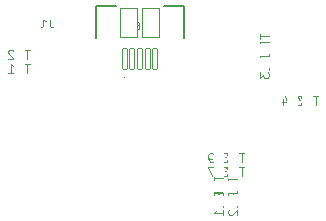
<source format=gbr>
%TF.GenerationSoftware,KiCad,Pcbnew,7.0.7*%
%TF.CreationDate,2023-11-24T16:48:55-08:00*%
%TF.ProjectId,beeper-design,62656570-6572-42d6-9465-7369676e2e6b,rev?*%
%TF.SameCoordinates,Original*%
%TF.FileFunction,Legend,Bot*%
%TF.FilePolarity,Positive*%
%FSLAX46Y46*%
G04 Gerber Fmt 4.6, Leading zero omitted, Abs format (unit mm)*
G04 Created by KiCad (PCBNEW 7.0.7) date 2023-11-24 16:48:55*
%MOMM*%
%LPD*%
G01*
G04 APERTURE LIST*
G04 Aperture macros list*
%AMRoundRect*
0 Rectangle with rounded corners*
0 $1 Rounding radius*
0 $2 $3 $4 $5 $6 $7 $8 $9 X,Y pos of 4 corners*
0 Add a 4 corners polygon primitive as box body*
4,1,4,$2,$3,$4,$5,$6,$7,$8,$9,$2,$3,0*
0 Add four circle primitives for the rounded corners*
1,1,$1+$1,$2,$3*
1,1,$1+$1,$4,$5*
1,1,$1+$1,$6,$7*
1,1,$1+$1,$8,$9*
0 Add four rect primitives between the rounded corners*
20,1,$1+$1,$2,$3,$4,$5,0*
20,1,$1+$1,$4,$5,$6,$7,0*
20,1,$1+$1,$6,$7,$8,$9,0*
20,1,$1+$1,$8,$9,$2,$3,0*%
G04 Aperture macros list end*
%ADD10C,0.100000*%
%ADD11C,0.127000*%
%ADD12C,0.889000*%
%ADD13C,0.991000*%
%ADD14C,1.102000*%
%ADD15RoundRect,0.051000X0.200000X0.875000X-0.200000X0.875000X-0.200000X-0.875000X0.200000X-0.875000X0*%
%ADD16O,0.832000X1.562000*%
%ADD17O,1.302000X2.502000*%
%ADD18RoundRect,0.051000X0.712500X1.250000X-0.712500X1.250000X-0.712500X-1.250000X0.712500X-1.250000X0*%
G04 APERTURE END LIST*
D10*
X129509806Y-99839192D02*
X129509806Y-100374906D01*
X129509806Y-100374906D02*
X129545521Y-100482049D01*
X129545521Y-100482049D02*
X129616949Y-100553478D01*
X129616949Y-100553478D02*
X129724092Y-100589192D01*
X129724092Y-100589192D02*
X129795521Y-100589192D01*
X128759806Y-100589192D02*
X129188377Y-100589192D01*
X128974092Y-100589192D02*
X128974092Y-99839192D01*
X128974092Y-99839192D02*
X129045520Y-99946335D01*
X129045520Y-99946335D02*
X129116949Y-100017763D01*
X129116949Y-100017763D02*
X129188377Y-100053478D01*
X144766640Y-112437115D02*
X144338069Y-112437115D01*
X144552354Y-113187115D02*
X144552354Y-112437115D01*
X144088068Y-113187115D02*
X144088068Y-112437115D01*
X144088068Y-112437115D02*
X143802354Y-112437115D01*
X143802354Y-112437115D02*
X143730925Y-112472829D01*
X143730925Y-112472829D02*
X143695211Y-112508543D01*
X143695211Y-112508543D02*
X143659497Y-112579972D01*
X143659497Y-112579972D02*
X143659497Y-112687115D01*
X143659497Y-112687115D02*
X143695211Y-112758543D01*
X143695211Y-112758543D02*
X143730925Y-112794258D01*
X143730925Y-112794258D02*
X143802354Y-112829972D01*
X143802354Y-112829972D02*
X144088068Y-112829972D01*
X143409497Y-112437115D02*
X142909497Y-112437115D01*
X142909497Y-112437115D02*
X143230925Y-113187115D01*
X143411976Y-113102122D02*
X143411976Y-113530694D01*
X144161976Y-113316408D02*
X143411976Y-113316408D01*
X144161976Y-113780694D02*
X143411976Y-113780694D01*
X143411976Y-113780694D02*
X143411976Y-114066408D01*
X143411976Y-114066408D02*
X143447690Y-114137837D01*
X143447690Y-114137837D02*
X143483404Y-114173551D01*
X143483404Y-114173551D02*
X143554833Y-114209265D01*
X143554833Y-114209265D02*
X143661976Y-114209265D01*
X143661976Y-114209265D02*
X143733404Y-114173551D01*
X143733404Y-114173551D02*
X143769119Y-114137837D01*
X143769119Y-114137837D02*
X143804833Y-114066408D01*
X143804833Y-114066408D02*
X143804833Y-113780694D01*
X143733404Y-114637837D02*
X143697690Y-114566408D01*
X143697690Y-114566408D02*
X143661976Y-114530694D01*
X143661976Y-114530694D02*
X143590547Y-114494980D01*
X143590547Y-114494980D02*
X143554833Y-114494980D01*
X143554833Y-114494980D02*
X143483404Y-114530694D01*
X143483404Y-114530694D02*
X143447690Y-114566408D01*
X143447690Y-114566408D02*
X143411976Y-114637837D01*
X143411976Y-114637837D02*
X143411976Y-114780694D01*
X143411976Y-114780694D02*
X143447690Y-114852123D01*
X143447690Y-114852123D02*
X143483404Y-114887837D01*
X143483404Y-114887837D02*
X143554833Y-114923551D01*
X143554833Y-114923551D02*
X143590547Y-114923551D01*
X143590547Y-114923551D02*
X143661976Y-114887837D01*
X143661976Y-114887837D02*
X143697690Y-114852123D01*
X143697690Y-114852123D02*
X143733404Y-114780694D01*
X143733404Y-114780694D02*
X143733404Y-114637837D01*
X143733404Y-114637837D02*
X143769119Y-114566408D01*
X143769119Y-114566408D02*
X143804833Y-114530694D01*
X143804833Y-114530694D02*
X143876262Y-114494980D01*
X143876262Y-114494980D02*
X144019119Y-114494980D01*
X144019119Y-114494980D02*
X144090547Y-114530694D01*
X144090547Y-114530694D02*
X144126262Y-114566408D01*
X144126262Y-114566408D02*
X144161976Y-114637837D01*
X144161976Y-114637837D02*
X144161976Y-114780694D01*
X144161976Y-114780694D02*
X144126262Y-114852123D01*
X144126262Y-114852123D02*
X144090547Y-114887837D01*
X144090547Y-114887837D02*
X144019119Y-114923551D01*
X144019119Y-114923551D02*
X143876262Y-114923551D01*
X143876262Y-114923551D02*
X143804833Y-114887837D01*
X143804833Y-114887837D02*
X143769119Y-114852123D01*
X143769119Y-114852123D02*
X143733404Y-114780694D01*
X145969840Y-111233915D02*
X145541269Y-111233915D01*
X145755554Y-111983915D02*
X145755554Y-111233915D01*
X145291268Y-111983915D02*
X145291268Y-111233915D01*
X145291268Y-111233915D02*
X145005554Y-111233915D01*
X145005554Y-111233915D02*
X144934125Y-111269629D01*
X144934125Y-111269629D02*
X144898411Y-111305343D01*
X144898411Y-111305343D02*
X144862697Y-111376772D01*
X144862697Y-111376772D02*
X144862697Y-111483915D01*
X144862697Y-111483915D02*
X144898411Y-111555343D01*
X144898411Y-111555343D02*
X144934125Y-111591058D01*
X144934125Y-111591058D02*
X145005554Y-111626772D01*
X145005554Y-111626772D02*
X145291268Y-111626772D01*
X144184125Y-111233915D02*
X144541268Y-111233915D01*
X144541268Y-111233915D02*
X144576982Y-111591058D01*
X144576982Y-111591058D02*
X144541268Y-111555343D01*
X144541268Y-111555343D02*
X144469840Y-111519629D01*
X144469840Y-111519629D02*
X144291268Y-111519629D01*
X144291268Y-111519629D02*
X144219840Y-111555343D01*
X144219840Y-111555343D02*
X144184125Y-111591058D01*
X144184125Y-111591058D02*
X144148411Y-111662486D01*
X144148411Y-111662486D02*
X144148411Y-111841058D01*
X144148411Y-111841058D02*
X144184125Y-111912486D01*
X144184125Y-111912486D02*
X144219840Y-111948201D01*
X144219840Y-111948201D02*
X144291268Y-111983915D01*
X144291268Y-111983915D02*
X144469840Y-111983915D01*
X144469840Y-111983915D02*
X144541268Y-111948201D01*
X144541268Y-111948201D02*
X144576982Y-111912486D01*
X137394175Y-100047178D02*
X137394175Y-100582892D01*
X137394175Y-100582892D02*
X137429890Y-100690035D01*
X137429890Y-100690035D02*
X137501318Y-100761464D01*
X137501318Y-100761464D02*
X137608461Y-100797178D01*
X137608461Y-100797178D02*
X137679890Y-100797178D01*
X136715604Y-100047178D02*
X136858461Y-100047178D01*
X136858461Y-100047178D02*
X136929889Y-100082892D01*
X136929889Y-100082892D02*
X136965604Y-100118606D01*
X136965604Y-100118606D02*
X137037032Y-100225749D01*
X137037032Y-100225749D02*
X137072746Y-100368606D01*
X137072746Y-100368606D02*
X137072746Y-100654321D01*
X137072746Y-100654321D02*
X137037032Y-100725749D01*
X137037032Y-100725749D02*
X137001318Y-100761464D01*
X137001318Y-100761464D02*
X136929889Y-100797178D01*
X136929889Y-100797178D02*
X136787032Y-100797178D01*
X136787032Y-100797178D02*
X136715604Y-100761464D01*
X136715604Y-100761464D02*
X136679889Y-100725749D01*
X136679889Y-100725749D02*
X136644175Y-100654321D01*
X136644175Y-100654321D02*
X136644175Y-100475749D01*
X136644175Y-100475749D02*
X136679889Y-100404321D01*
X136679889Y-100404321D02*
X136715604Y-100368606D01*
X136715604Y-100368606D02*
X136787032Y-100332892D01*
X136787032Y-100332892D02*
X136929889Y-100332892D01*
X136929889Y-100332892D02*
X137001318Y-100368606D01*
X137001318Y-100368606D02*
X137037032Y-100404321D01*
X137037032Y-100404321D02*
X137072746Y-100475749D01*
X145969840Y-112437115D02*
X145541269Y-112437115D01*
X145755554Y-113187115D02*
X145755554Y-112437115D01*
X145291268Y-113187115D02*
X145291268Y-112437115D01*
X145291268Y-112437115D02*
X145005554Y-112437115D01*
X145005554Y-112437115D02*
X144934125Y-112472829D01*
X144934125Y-112472829D02*
X144898411Y-112508543D01*
X144898411Y-112508543D02*
X144862697Y-112579972D01*
X144862697Y-112579972D02*
X144862697Y-112687115D01*
X144862697Y-112687115D02*
X144898411Y-112758543D01*
X144898411Y-112758543D02*
X144934125Y-112794258D01*
X144934125Y-112794258D02*
X145005554Y-112829972D01*
X145005554Y-112829972D02*
X145291268Y-112829972D01*
X144219840Y-112437115D02*
X144362697Y-112437115D01*
X144362697Y-112437115D02*
X144434125Y-112472829D01*
X144434125Y-112472829D02*
X144469840Y-112508543D01*
X144469840Y-112508543D02*
X144541268Y-112615686D01*
X144541268Y-112615686D02*
X144576982Y-112758543D01*
X144576982Y-112758543D02*
X144576982Y-113044258D01*
X144576982Y-113044258D02*
X144541268Y-113115686D01*
X144541268Y-113115686D02*
X144505554Y-113151401D01*
X144505554Y-113151401D02*
X144434125Y-113187115D01*
X144434125Y-113187115D02*
X144291268Y-113187115D01*
X144291268Y-113187115D02*
X144219840Y-113151401D01*
X144219840Y-113151401D02*
X144184125Y-113115686D01*
X144184125Y-113115686D02*
X144148411Y-113044258D01*
X144148411Y-113044258D02*
X144148411Y-112865686D01*
X144148411Y-112865686D02*
X144184125Y-112794258D01*
X144184125Y-112794258D02*
X144219840Y-112758543D01*
X144219840Y-112758543D02*
X144291268Y-112722829D01*
X144291268Y-112722829D02*
X144434125Y-112722829D01*
X144434125Y-112722829D02*
X144505554Y-112758543D01*
X144505554Y-112758543D02*
X144541268Y-112794258D01*
X144541268Y-112794258D02*
X144576982Y-112865686D01*
X144615176Y-112744979D02*
X144615176Y-113173551D01*
X145365176Y-112959265D02*
X144615176Y-112959265D01*
X145365176Y-113423551D02*
X144615176Y-113423551D01*
X144615176Y-113423551D02*
X144615176Y-113709265D01*
X144615176Y-113709265D02*
X144650890Y-113780694D01*
X144650890Y-113780694D02*
X144686604Y-113816408D01*
X144686604Y-113816408D02*
X144758033Y-113852122D01*
X144758033Y-113852122D02*
X144865176Y-113852122D01*
X144865176Y-113852122D02*
X144936604Y-113816408D01*
X144936604Y-113816408D02*
X144972319Y-113780694D01*
X144972319Y-113780694D02*
X145008033Y-113709265D01*
X145008033Y-113709265D02*
X145008033Y-113423551D01*
X145365176Y-114566408D02*
X145365176Y-114137837D01*
X145365176Y-114352122D02*
X144615176Y-114352122D01*
X144615176Y-114352122D02*
X144722319Y-114280694D01*
X144722319Y-114280694D02*
X144793747Y-114209265D01*
X144793747Y-114209265D02*
X144829462Y-114137837D01*
X144615176Y-115030694D02*
X144615176Y-115102123D01*
X144615176Y-115102123D02*
X144650890Y-115173551D01*
X144650890Y-115173551D02*
X144686604Y-115209266D01*
X144686604Y-115209266D02*
X144758033Y-115244980D01*
X144758033Y-115244980D02*
X144900890Y-115280694D01*
X144900890Y-115280694D02*
X145079462Y-115280694D01*
X145079462Y-115280694D02*
X145222319Y-115244980D01*
X145222319Y-115244980D02*
X145293747Y-115209266D01*
X145293747Y-115209266D02*
X145329462Y-115173551D01*
X145329462Y-115173551D02*
X145365176Y-115102123D01*
X145365176Y-115102123D02*
X145365176Y-115030694D01*
X145365176Y-115030694D02*
X145329462Y-114959266D01*
X145329462Y-114959266D02*
X145293747Y-114923551D01*
X145293747Y-114923551D02*
X145222319Y-114887837D01*
X145222319Y-114887837D02*
X145079462Y-114852123D01*
X145079462Y-114852123D02*
X144900890Y-114852123D01*
X144900890Y-114852123D02*
X144758033Y-114887837D01*
X144758033Y-114887837D02*
X144686604Y-114923551D01*
X144686604Y-114923551D02*
X144650890Y-114959266D01*
X144650890Y-114959266D02*
X144615176Y-115030694D01*
X144766640Y-111233915D02*
X144338069Y-111233915D01*
X144552354Y-111983915D02*
X144552354Y-111233915D01*
X144088068Y-111983915D02*
X144088068Y-111233915D01*
X144088068Y-111233915D02*
X143802354Y-111233915D01*
X143802354Y-111233915D02*
X143730925Y-111269629D01*
X143730925Y-111269629D02*
X143695211Y-111305343D01*
X143695211Y-111305343D02*
X143659497Y-111376772D01*
X143659497Y-111376772D02*
X143659497Y-111483915D01*
X143659497Y-111483915D02*
X143695211Y-111555343D01*
X143695211Y-111555343D02*
X143730925Y-111591058D01*
X143730925Y-111591058D02*
X143802354Y-111626772D01*
X143802354Y-111626772D02*
X144088068Y-111626772D01*
X143302354Y-111983915D02*
X143159497Y-111983915D01*
X143159497Y-111983915D02*
X143088068Y-111948201D01*
X143088068Y-111948201D02*
X143052354Y-111912486D01*
X143052354Y-111912486D02*
X142980925Y-111805343D01*
X142980925Y-111805343D02*
X142945211Y-111662486D01*
X142945211Y-111662486D02*
X142945211Y-111376772D01*
X142945211Y-111376772D02*
X142980925Y-111305343D01*
X142980925Y-111305343D02*
X143016640Y-111269629D01*
X143016640Y-111269629D02*
X143088068Y-111233915D01*
X143088068Y-111233915D02*
X143230925Y-111233915D01*
X143230925Y-111233915D02*
X143302354Y-111269629D01*
X143302354Y-111269629D02*
X143338068Y-111305343D01*
X143338068Y-111305343D02*
X143373782Y-111376772D01*
X143373782Y-111376772D02*
X143373782Y-111555343D01*
X143373782Y-111555343D02*
X143338068Y-111626772D01*
X143338068Y-111626772D02*
X143302354Y-111662486D01*
X143302354Y-111662486D02*
X143230925Y-111698201D01*
X143230925Y-111698201D02*
X143088068Y-111698201D01*
X143088068Y-111698201D02*
X143016640Y-111662486D01*
X143016640Y-111662486D02*
X142980925Y-111626772D01*
X142980925Y-111626772D02*
X142945211Y-111555343D01*
X152225007Y-106415694D02*
X151796436Y-106415694D01*
X152010721Y-107165694D02*
X152010721Y-106415694D01*
X151546435Y-107165694D02*
X151546435Y-106415694D01*
X151546435Y-106415694D02*
X151260721Y-106415694D01*
X151260721Y-106415694D02*
X151189292Y-106451408D01*
X151189292Y-106451408D02*
X151153578Y-106487122D01*
X151153578Y-106487122D02*
X151117864Y-106558551D01*
X151117864Y-106558551D02*
X151117864Y-106665694D01*
X151117864Y-106665694D02*
X151153578Y-106737122D01*
X151153578Y-106737122D02*
X151189292Y-106772837D01*
X151189292Y-106772837D02*
X151260721Y-106808551D01*
X151260721Y-106808551D02*
X151546435Y-106808551D01*
X150867864Y-106415694D02*
X150403578Y-106415694D01*
X150403578Y-106415694D02*
X150653578Y-106701408D01*
X150653578Y-106701408D02*
X150546435Y-106701408D01*
X150546435Y-106701408D02*
X150475007Y-106737122D01*
X150475007Y-106737122D02*
X150439292Y-106772837D01*
X150439292Y-106772837D02*
X150403578Y-106844265D01*
X150403578Y-106844265D02*
X150403578Y-107022837D01*
X150403578Y-107022837D02*
X150439292Y-107094265D01*
X150439292Y-107094265D02*
X150475007Y-107129980D01*
X150475007Y-107129980D02*
X150546435Y-107165694D01*
X150546435Y-107165694D02*
X150760721Y-107165694D01*
X150760721Y-107165694D02*
X150832149Y-107129980D01*
X150832149Y-107129980D02*
X150867864Y-107094265D01*
X151021806Y-106415694D02*
X150593235Y-106415694D01*
X150807520Y-107165694D02*
X150807520Y-106415694D01*
X150343234Y-107165694D02*
X150343234Y-106415694D01*
X150343234Y-106415694D02*
X150057520Y-106415694D01*
X150057520Y-106415694D02*
X149986091Y-106451408D01*
X149986091Y-106451408D02*
X149950377Y-106487122D01*
X149950377Y-106487122D02*
X149914663Y-106558551D01*
X149914663Y-106558551D02*
X149914663Y-106665694D01*
X149914663Y-106665694D02*
X149950377Y-106737122D01*
X149950377Y-106737122D02*
X149986091Y-106772837D01*
X149986091Y-106772837D02*
X150057520Y-106808551D01*
X150057520Y-106808551D02*
X150343234Y-106808551D01*
X149271806Y-106665694D02*
X149271806Y-107165694D01*
X149450377Y-106379980D02*
X149628948Y-106915694D01*
X149628948Y-106915694D02*
X149164663Y-106915694D01*
X144615176Y-113948179D02*
X144615176Y-114376751D01*
X145365176Y-114162465D02*
X144615176Y-114162465D01*
X145365176Y-114626751D02*
X144615176Y-114626751D01*
X144615176Y-114626751D02*
X144615176Y-114912465D01*
X144615176Y-114912465D02*
X144650890Y-114983894D01*
X144650890Y-114983894D02*
X144686604Y-115019608D01*
X144686604Y-115019608D02*
X144758033Y-115055322D01*
X144758033Y-115055322D02*
X144865176Y-115055322D01*
X144865176Y-115055322D02*
X144936604Y-115019608D01*
X144936604Y-115019608D02*
X144972319Y-114983894D01*
X144972319Y-114983894D02*
X145008033Y-114912465D01*
X145008033Y-114912465D02*
X145008033Y-114626751D01*
X145365176Y-115769608D02*
X145365176Y-115341037D01*
X145365176Y-115555322D02*
X144615176Y-115555322D01*
X144615176Y-115555322D02*
X144722319Y-115483894D01*
X144722319Y-115483894D02*
X144793747Y-115412465D01*
X144793747Y-115412465D02*
X144829462Y-115341037D01*
X144686604Y-116055323D02*
X144650890Y-116091037D01*
X144650890Y-116091037D02*
X144615176Y-116162466D01*
X144615176Y-116162466D02*
X144615176Y-116341037D01*
X144615176Y-116341037D02*
X144650890Y-116412466D01*
X144650890Y-116412466D02*
X144686604Y-116448180D01*
X144686604Y-116448180D02*
X144758033Y-116483894D01*
X144758033Y-116483894D02*
X144829462Y-116483894D01*
X144829462Y-116483894D02*
X144936604Y-116448180D01*
X144936604Y-116448180D02*
X145365176Y-116019608D01*
X145365176Y-116019608D02*
X145365176Y-116483894D01*
X143411976Y-113948179D02*
X143411976Y-114376751D01*
X144161976Y-114162465D02*
X143411976Y-114162465D01*
X144161976Y-114626751D02*
X143411976Y-114626751D01*
X143411976Y-114626751D02*
X143411976Y-114912465D01*
X143411976Y-114912465D02*
X143447690Y-114983894D01*
X143447690Y-114983894D02*
X143483404Y-115019608D01*
X143483404Y-115019608D02*
X143554833Y-115055322D01*
X143554833Y-115055322D02*
X143661976Y-115055322D01*
X143661976Y-115055322D02*
X143733404Y-115019608D01*
X143733404Y-115019608D02*
X143769119Y-114983894D01*
X143769119Y-114983894D02*
X143804833Y-114912465D01*
X143804833Y-114912465D02*
X143804833Y-114626751D01*
X144161976Y-115769608D02*
X144161976Y-115341037D01*
X144161976Y-115555322D02*
X143411976Y-115555322D01*
X143411976Y-115555322D02*
X143519119Y-115483894D01*
X143519119Y-115483894D02*
X143590547Y-115412465D01*
X143590547Y-115412465D02*
X143626262Y-115341037D01*
X144161976Y-116483894D02*
X144161976Y-116055323D01*
X144161976Y-116269608D02*
X143411976Y-116269608D01*
X143411976Y-116269608D02*
X143519119Y-116198180D01*
X143519119Y-116198180D02*
X143590547Y-116126751D01*
X143590547Y-116126751D02*
X143626262Y-116055323D01*
X147305426Y-102334020D02*
X147305426Y-102762592D01*
X148055426Y-102548306D02*
X147305426Y-102548306D01*
X148055426Y-103012592D02*
X147305426Y-103012592D01*
X147305426Y-103012592D02*
X147305426Y-103298306D01*
X147305426Y-103298306D02*
X147341140Y-103369735D01*
X147341140Y-103369735D02*
X147376854Y-103405449D01*
X147376854Y-103405449D02*
X147448283Y-103441163D01*
X147448283Y-103441163D02*
X147555426Y-103441163D01*
X147555426Y-103441163D02*
X147626854Y-103405449D01*
X147626854Y-103405449D02*
X147662569Y-103369735D01*
X147662569Y-103369735D02*
X147698283Y-103298306D01*
X147698283Y-103298306D02*
X147698283Y-103012592D01*
X148055426Y-104155449D02*
X148055426Y-103726878D01*
X148055426Y-103941163D02*
X147305426Y-103941163D01*
X147305426Y-103941163D02*
X147412569Y-103869735D01*
X147412569Y-103869735D02*
X147483997Y-103798306D01*
X147483997Y-103798306D02*
X147519712Y-103726878D01*
X147305426Y-104405449D02*
X147305426Y-104869735D01*
X147305426Y-104869735D02*
X147591140Y-104619735D01*
X147591140Y-104619735D02*
X147591140Y-104726878D01*
X147591140Y-104726878D02*
X147626854Y-104798307D01*
X147626854Y-104798307D02*
X147662569Y-104834021D01*
X147662569Y-104834021D02*
X147733997Y-104869735D01*
X147733997Y-104869735D02*
X147912569Y-104869735D01*
X147912569Y-104869735D02*
X147983997Y-104834021D01*
X147983997Y-104834021D02*
X148019712Y-104798307D01*
X148019712Y-104798307D02*
X148055426Y-104726878D01*
X148055426Y-104726878D02*
X148055426Y-104512592D01*
X148055426Y-104512592D02*
X148019712Y-104441164D01*
X148019712Y-104441164D02*
X147983997Y-104405449D01*
X147305426Y-101130820D02*
X147305426Y-101559392D01*
X148055426Y-101345106D02*
X147305426Y-101345106D01*
X148055426Y-101809392D02*
X147305426Y-101809392D01*
X147305426Y-101809392D02*
X147305426Y-102095106D01*
X147305426Y-102095106D02*
X147341140Y-102166535D01*
X147341140Y-102166535D02*
X147376854Y-102202249D01*
X147376854Y-102202249D02*
X147448283Y-102237963D01*
X147448283Y-102237963D02*
X147555426Y-102237963D01*
X147555426Y-102237963D02*
X147626854Y-102202249D01*
X147626854Y-102202249D02*
X147662569Y-102166535D01*
X147662569Y-102166535D02*
X147698283Y-102095106D01*
X147698283Y-102095106D02*
X147698283Y-101809392D01*
X148055426Y-102952249D02*
X148055426Y-102523678D01*
X148055426Y-102737963D02*
X147305426Y-102737963D01*
X147305426Y-102737963D02*
X147412569Y-102666535D01*
X147412569Y-102666535D02*
X147483997Y-102595106D01*
X147483997Y-102595106D02*
X147519712Y-102523678D01*
X147555426Y-103595107D02*
X148055426Y-103595107D01*
X147269712Y-103416535D02*
X147805426Y-103237964D01*
X147805426Y-103237964D02*
X147805426Y-103702249D01*
X127822671Y-102483894D02*
X127394100Y-102483894D01*
X127608385Y-103233894D02*
X127608385Y-102483894D01*
X127144099Y-103233894D02*
X127144099Y-102483894D01*
X127144099Y-102483894D02*
X126858385Y-102483894D01*
X126858385Y-102483894D02*
X126786956Y-102519608D01*
X126786956Y-102519608D02*
X126751242Y-102555322D01*
X126751242Y-102555322D02*
X126715528Y-102626751D01*
X126715528Y-102626751D02*
X126715528Y-102733894D01*
X126715528Y-102733894D02*
X126751242Y-102805322D01*
X126751242Y-102805322D02*
X126786956Y-102841037D01*
X126786956Y-102841037D02*
X126858385Y-102876751D01*
X126858385Y-102876751D02*
X127144099Y-102876751D01*
X126429813Y-102555322D02*
X126394099Y-102519608D01*
X126394099Y-102519608D02*
X126322671Y-102483894D01*
X126322671Y-102483894D02*
X126144099Y-102483894D01*
X126144099Y-102483894D02*
X126072671Y-102519608D01*
X126072671Y-102519608D02*
X126036956Y-102555322D01*
X126036956Y-102555322D02*
X126001242Y-102626751D01*
X126001242Y-102626751D02*
X126001242Y-102698180D01*
X126001242Y-102698180D02*
X126036956Y-102805322D01*
X126036956Y-102805322D02*
X126465528Y-103233894D01*
X126465528Y-103233894D02*
X126001242Y-103233894D01*
X127822671Y-103687094D02*
X127394100Y-103687094D01*
X127608385Y-104437094D02*
X127608385Y-103687094D01*
X127144099Y-104437094D02*
X127144099Y-103687094D01*
X127144099Y-103687094D02*
X126858385Y-103687094D01*
X126858385Y-103687094D02*
X126786956Y-103722808D01*
X126786956Y-103722808D02*
X126751242Y-103758522D01*
X126751242Y-103758522D02*
X126715528Y-103829951D01*
X126715528Y-103829951D02*
X126715528Y-103937094D01*
X126715528Y-103937094D02*
X126751242Y-104008522D01*
X126751242Y-104008522D02*
X126786956Y-104044237D01*
X126786956Y-104044237D02*
X126858385Y-104079951D01*
X126858385Y-104079951D02*
X127144099Y-104079951D01*
X126001242Y-104437094D02*
X126429813Y-104437094D01*
X126215528Y-104437094D02*
X126215528Y-103687094D01*
X126215528Y-103687094D02*
X126286956Y-103794237D01*
X126286956Y-103794237D02*
X126358385Y-103865665D01*
X126358385Y-103865665D02*
X126429813Y-103901380D01*
D11*
%TO.C,J6*%
X140894176Y-101455414D02*
X140894176Y-98755414D01*
X133394176Y-101455414D02*
X133394176Y-98755414D01*
G36*
X135853931Y-104806375D02*
G01*
X135863310Y-104809220D01*
X135871955Y-104813841D01*
X135879531Y-104820059D01*
X135885749Y-104827635D01*
X135890370Y-104836280D01*
X135893215Y-104845659D01*
X135894176Y-104855414D01*
X135893215Y-104865169D01*
X135890370Y-104874548D01*
X135885749Y-104883193D01*
X135879531Y-104890769D01*
X135871955Y-104896987D01*
X135863310Y-104901608D01*
X135853931Y-104904453D01*
X135844176Y-104905414D01*
X135834421Y-104904453D01*
X135825042Y-104901608D01*
X135816397Y-104896987D01*
X135808821Y-104890769D01*
X135802603Y-104883193D01*
X135797982Y-104874548D01*
X135795137Y-104865169D01*
X135794176Y-104855414D01*
X135795137Y-104845659D01*
X135797982Y-104836280D01*
X135802603Y-104827635D01*
X135808821Y-104820059D01*
X135816397Y-104813841D01*
X135825042Y-104809220D01*
X135834421Y-104806375D01*
X135844176Y-104805414D01*
X135853931Y-104806375D01*
G37*
X133394176Y-98755414D02*
X135149176Y-98755414D01*
X140894176Y-98755414D02*
X139139176Y-98755414D01*
%TD*%
%LPC*%
D12*
%TO.C,J1*%
X130529807Y-99612428D03*
X129259807Y-99612428D03*
X127989807Y-99612428D03*
X130529807Y-100882428D03*
X129259807Y-100882428D03*
X127989807Y-100882428D03*
D13*
X131799807Y-100247428D03*
X126719807Y-99231428D03*
X126719807Y-101263428D03*
%TD*%
D14*
%TO.C,TP7*%
X143820212Y-112845351D03*
%TD*%
%TO.C,TP8*%
X143820212Y-114048551D03*
%TD*%
%TO.C,TP5*%
X145023412Y-111642151D03*
%TD*%
D15*
%TO.C,J6*%
X135844176Y-103280414D03*
X136494176Y-103280414D03*
X137144176Y-103280414D03*
X137794176Y-103280414D03*
X138444176Y-103280414D03*
D16*
X134719176Y-103485414D03*
X139569176Y-103485414D03*
D17*
X134419176Y-100455414D03*
X139869176Y-100455414D03*
D18*
X136181676Y-100205414D03*
X138106676Y-100205414D03*
%TD*%
D14*
%TO.C,TP6*%
X145023412Y-112845351D03*
%TD*%
%TO.C,TP10*%
X145023412Y-114048551D03*
%TD*%
%TO.C,TP9*%
X143820212Y-111642151D03*
%TD*%
%TO.C,TP3*%
X151278579Y-106823930D03*
%TD*%
%TO.C,TP4*%
X150075378Y-106823930D03*
%TD*%
%TO.C,TP12*%
X145023412Y-115251751D03*
%TD*%
%TO.C,TP11*%
X143820212Y-115251751D03*
%TD*%
%TO.C,TP13*%
X147713662Y-103637592D03*
%TD*%
%TO.C,TP14*%
X147713662Y-102434392D03*
%TD*%
%TO.C,TP2*%
X126876243Y-102892130D03*
%TD*%
%TO.C,TP1*%
X126876243Y-104095330D03*
%TD*%
%LPD*%
M02*

</source>
